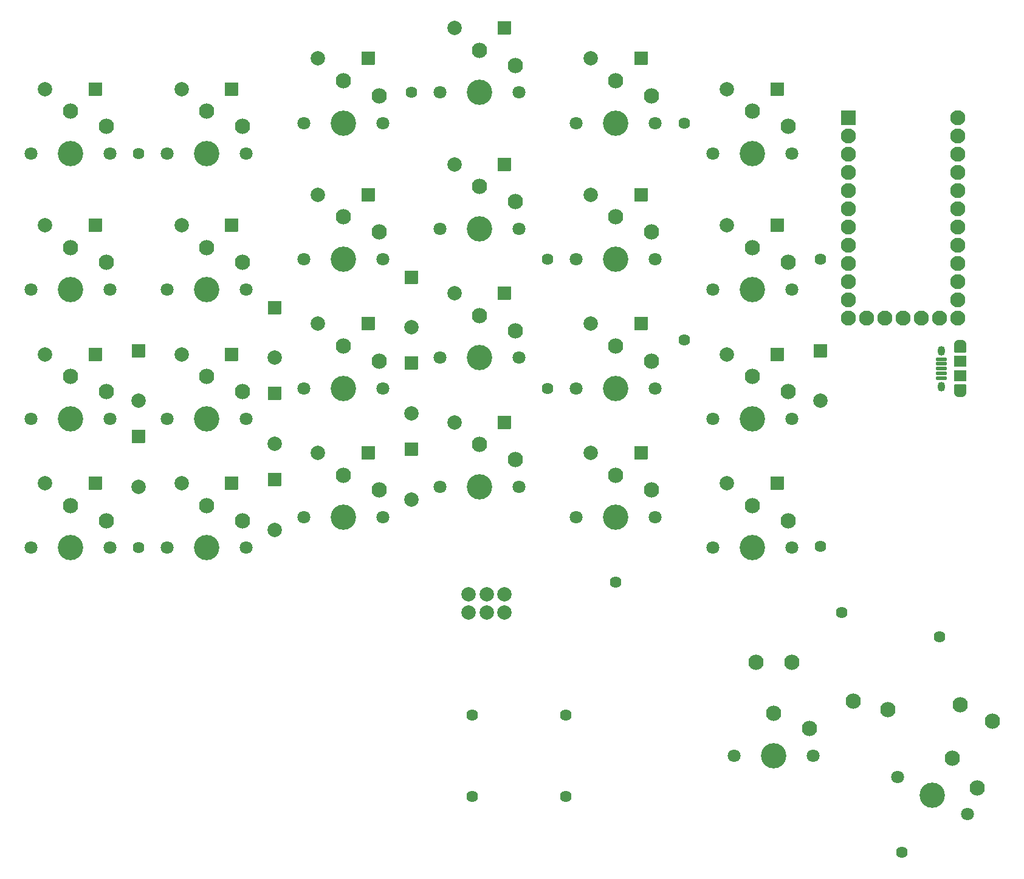
<source format=gbr>
%TF.GenerationSoftware,KiCad,Pcbnew,(6.0.4)*%
%TF.CreationDate,2023-12-12T22:20:10-08:00*%
%TF.ProjectId,keyboard,6b657962-6f61-4726-942e-6b696361645f,v1.0.0*%
%TF.SameCoordinates,Original*%
%TF.FileFunction,Soldermask,Top*%
%TF.FilePolarity,Negative*%
%FSLAX46Y46*%
G04 Gerber Fmt 4.6, Leading zero omitted, Abs format (unit mm)*
G04 Created by KiCad (PCBNEW (6.0.4)) date 2023-12-12 22:20:10*
%MOMM*%
%LPD*%
G01*
G04 APERTURE LIST*
G04 Aperture macros list*
%AMRoundRect*
0 Rectangle with rounded corners*
0 $1 Rounding radius*
0 $2 $3 $4 $5 $6 $7 $8 $9 X,Y pos of 4 corners*
0 Add a 4 corners polygon primitive as box body*
4,1,4,$2,$3,$4,$5,$6,$7,$8,$9,$2,$3,0*
0 Add four circle primitives for the rounded corners*
1,1,$1+$1,$2,$3*
1,1,$1+$1,$4,$5*
1,1,$1+$1,$6,$7*
1,1,$1+$1,$8,$9*
0 Add four rect primitives between the rounded corners*
20,1,$1+$1,$2,$3,$4,$5,0*
20,1,$1+$1,$4,$5,$6,$7,0*
20,1,$1+$1,$6,$7,$8,$9,0*
20,1,$1+$1,$8,$9,$2,$3,0*%
G04 Aperture macros list end*
%ADD10C,2.132000*%
%ADD11C,1.624000*%
%ADD12C,2.005000*%
%ADD13RoundRect,0.050000X-0.889000X0.889000X-0.889000X-0.889000X0.889000X-0.889000X0.889000X0.889000X0*%
%ADD14C,1.801800*%
%ADD15C,3.529000*%
%ADD16RoundRect,0.050000X0.889000X0.889000X-0.889000X0.889000X-0.889000X-0.889000X0.889000X-0.889000X0*%
%ADD17RoundRect,0.050000X0.675000X-0.200000X0.675000X0.200000X-0.675000X0.200000X-0.675000X-0.200000X0*%
%ADD18RoundRect,0.050000X0.775000X-0.600000X0.775000X0.600000X-0.775000X0.600000X-0.775000X-0.600000X0*%
%ADD19RoundRect,0.050000X0.775000X-0.750000X0.775000X0.750000X-0.775000X0.750000X-0.775000X-0.750000X0*%
%ADD20O,1.650000X0.990000*%
%ADD21O,1.050000X1.350000*%
%ADD22RoundRect,0.050000X-1.000000X-1.000000X1.000000X-1.000000X1.000000X1.000000X-1.000000X1.000000X0*%
%ADD23C,2.100000*%
G04 APERTURE END LIST*
D10*
%TO.C,M2*%
X259074261Y-171395195D03*
X263925739Y-172604805D03*
%TD*%
D11*
%TO.C,*%
X159500000Y-150000000D03*
%TD*%
D12*
%TO.C,D28*%
X159500000Y-141500000D03*
D13*
X159500000Y-134500000D03*
%TD*%
D11*
%TO.C,*%
X265888002Y-192459980D03*
%TD*%
D14*
%TO.C,S6*%
X174500000Y-132000000D03*
D15*
X169000000Y-132000000D03*
D14*
X163500000Y-132000000D03*
D10*
X174000000Y-128200000D03*
X169000000Y-126100000D03*
%TD*%
D12*
%TO.C,D16*%
X203500000Y-77500000D03*
D16*
X210500000Y-77500000D03*
%TD*%
D14*
%TO.C,S21*%
X239500000Y-150000000D03*
X250500000Y-150000000D03*
D15*
X245000000Y-150000000D03*
D10*
X250000000Y-146200000D03*
X245000000Y-144100000D03*
%TD*%
D14*
%TO.C,S1*%
X155500000Y-150000000D03*
X144500000Y-150000000D03*
D15*
X150000000Y-150000000D03*
D10*
X155000000Y-146200000D03*
X150000000Y-144100000D03*
%TD*%
D12*
%TO.C,D20*%
X222500000Y-81750000D03*
D16*
X229500000Y-81750000D03*
%TD*%
D12*
%TO.C,D36*%
X254500000Y-129500000D03*
D13*
X254500000Y-122500000D03*
%TD*%
D12*
%TO.C,D17*%
X222500000Y-136750000D03*
D16*
X229500000Y-136750000D03*
%TD*%
D12*
%TO.C,D7*%
X165500000Y-105000000D03*
D16*
X172500000Y-105000000D03*
%TD*%
D12*
%TO.C,D35*%
X205500000Y-159000000D03*
X208000000Y-159000000D03*
X210500000Y-159000000D03*
X205500000Y-156500000D03*
X208000000Y-156500000D03*
X210500000Y-156500000D03*
%TD*%
D11*
%TO.C,*%
X254500000Y-149800000D03*
%TD*%
D12*
%TO.C,D30*%
X178500000Y-135500000D03*
D13*
X178500000Y-128500000D03*
%TD*%
D11*
%TO.C,*%
X206000000Y-184700000D03*
%TD*%
%TO.C,*%
X235500000Y-121000000D03*
%TD*%
D12*
%TO.C,D8*%
X165500000Y-86000000D03*
D16*
X172500000Y-86000000D03*
%TD*%
D15*
%TO.C,S22*%
X245000000Y-132000000D03*
D14*
X250500000Y-132000000D03*
X239500000Y-132000000D03*
D10*
X250000000Y-128200000D03*
X245000000Y-126100000D03*
%TD*%
D14*
%TO.C,S16*%
X212500000Y-86500000D03*
D15*
X207000000Y-86500000D03*
D14*
X201500000Y-86500000D03*
D10*
X212000000Y-82700000D03*
X207000000Y-80600000D03*
%TD*%
D12*
%TO.C,D15*%
X203500000Y-96500000D03*
D16*
X210500000Y-96500000D03*
%TD*%
D14*
%TO.C,S7*%
X174500000Y-114000000D03*
D15*
X169000000Y-114000000D03*
D14*
X163500000Y-114000000D03*
D10*
X174000000Y-110200000D03*
X169000000Y-108100000D03*
%TD*%
D12*
%TO.C,D33*%
X197500000Y-131250000D03*
D13*
X197500000Y-124250000D03*
%TD*%
D11*
%TO.C,*%
X219000000Y-173300000D03*
%TD*%
D15*
%TO.C,S11*%
X188000000Y-109750000D03*
D14*
X193500000Y-109750000D03*
X182500000Y-109750000D03*
D10*
X193000000Y-105950000D03*
X188000000Y-103850000D03*
%TD*%
D14*
%TO.C,S23*%
X250500000Y-114000000D03*
D15*
X245000000Y-114000000D03*
D14*
X239500000Y-114000000D03*
D10*
X250000000Y-110200000D03*
X245000000Y-108100000D03*
%TD*%
D17*
%TO.C,*%
X271315000Y-126300000D03*
X271315000Y-125650000D03*
X271315000Y-125000000D03*
X271315000Y-124350000D03*
X271315000Y-123700000D03*
D18*
X274015000Y-127900000D03*
D19*
X274015000Y-124000000D03*
X274015000Y-126000000D03*
D20*
X274015000Y-128500000D03*
D21*
X271315000Y-122500000D03*
X271315000Y-127500000D03*
D18*
X274015000Y-122100000D03*
D20*
X274015000Y-121500000D03*
%TD*%
D14*
%TO.C,S18*%
X220500000Y-127750000D03*
D15*
X226000000Y-127750000D03*
D14*
X231500000Y-127750000D03*
D10*
X231000000Y-123950000D03*
X226000000Y-121850000D03*
%TD*%
D15*
%TO.C,S13*%
X207000000Y-141500000D03*
D14*
X212500000Y-141500000D03*
X201500000Y-141500000D03*
D10*
X212000000Y-137700000D03*
X207000000Y-135600000D03*
%TD*%
D12*
%TO.C,D21*%
X241500000Y-141000000D03*
D16*
X248500000Y-141000000D03*
%TD*%
D14*
%TO.C,S10*%
X182500000Y-127750000D03*
X193500000Y-127750000D03*
D15*
X188000000Y-127750000D03*
D10*
X193000000Y-123950000D03*
X188000000Y-121850000D03*
%TD*%
D12*
%TO.C,D22*%
X241500000Y-123000000D03*
D16*
X248500000Y-123000000D03*
%TD*%
D11*
%TO.C,*%
X216500000Y-127750000D03*
%TD*%
D14*
%TO.C,S19*%
X220500000Y-109750000D03*
D15*
X226000000Y-109750000D03*
D14*
X231500000Y-109750000D03*
D10*
X231000000Y-105950000D03*
X226000000Y-103850000D03*
%TD*%
D12*
%TO.C,D12*%
X184500000Y-81750000D03*
D16*
X191500000Y-81750000D03*
%TD*%
D11*
%TO.C,*%
X206000000Y-173300000D03*
%TD*%
%TO.C,*%
X254500000Y-109750000D03*
%TD*%
D14*
%TO.C,S4*%
X155500000Y-95000000D03*
D15*
X150000000Y-95000000D03*
D14*
X144500000Y-95000000D03*
D10*
X155000000Y-91200000D03*
X150000000Y-89100000D03*
%TD*%
D14*
%TO.C,S20*%
X231500000Y-90750000D03*
D15*
X226000000Y-90750000D03*
D14*
X220500000Y-90750000D03*
D10*
X231000000Y-86950000D03*
X226000000Y-84850000D03*
%TD*%
D15*
%TO.C,S9*%
X188000000Y-145750000D03*
D14*
X182500000Y-145750000D03*
X193500000Y-145750000D03*
D10*
X193000000Y-141950000D03*
X188000000Y-139850000D03*
%TD*%
D12*
%TO.C,D19*%
X222500000Y-100750000D03*
D16*
X229500000Y-100750000D03*
%TD*%
D11*
%TO.C,*%
X257500000Y-159000000D03*
%TD*%
D14*
%TO.C,S17*%
X231500000Y-145750000D03*
D15*
X226000000Y-145750000D03*
D14*
X220500000Y-145750000D03*
D10*
X231000000Y-141950000D03*
X226000000Y-139850000D03*
%TD*%
D14*
%TO.C,S24*%
X250500000Y-95000000D03*
D15*
X245000000Y-95000000D03*
D14*
X239500000Y-95000000D03*
D10*
X250000000Y-91200000D03*
X245000000Y-89100000D03*
%TD*%
D12*
%TO.C,D1*%
X146500000Y-141000000D03*
D16*
X153500000Y-141000000D03*
%TD*%
D10*
%TO.C,M3*%
X274009007Y-171861454D03*
X278423745Y-174208812D03*
%TD*%
D15*
%TO.C,S25*%
X248000000Y-179000000D03*
D14*
X253500000Y-179000000D03*
X242500000Y-179000000D03*
D10*
X253000000Y-175200000D03*
X248000000Y-173100000D03*
%TD*%
D14*
%TO.C,S2*%
X155500000Y-132000000D03*
X144500000Y-132000000D03*
D15*
X150000000Y-132000000D03*
D10*
X155000000Y-128200000D03*
X150000000Y-126100000D03*
%TD*%
D11*
%TO.C,*%
X197500000Y-86500000D03*
%TD*%
%TO.C,*%
X216500000Y-109750000D03*
%TD*%
D14*
%TO.C,S3*%
X144500000Y-114000000D03*
X155500000Y-114000000D03*
D15*
X150000000Y-114000000D03*
D10*
X155000000Y-110200000D03*
X150000000Y-108100000D03*
%TD*%
D15*
%TO.C,S14*%
X207000000Y-123500000D03*
D14*
X201500000Y-123500000D03*
X212500000Y-123500000D03*
D10*
X212000000Y-119700000D03*
X207000000Y-117600000D03*
%TD*%
D12*
%TO.C,D11*%
X184500000Y-100750000D03*
D16*
X191500000Y-100750000D03*
%TD*%
D11*
%TO.C,*%
X235500000Y-90750000D03*
%TD*%
D10*
%TO.C,M1*%
X245500000Y-166000000D03*
X250500000Y-166000000D03*
%TD*%
D14*
%TO.C,S5*%
X163500000Y-150000000D03*
X174500000Y-150000000D03*
D15*
X169000000Y-150000000D03*
D10*
X174000000Y-146200000D03*
X169000000Y-144100000D03*
%TD*%
D14*
%TO.C,S26*%
X274969458Y-187095546D03*
X265257034Y-181931358D03*
D15*
X270113246Y-184513452D03*
D10*
X276311976Y-183505609D03*
X272883128Y-179304061D03*
%TD*%
D12*
%TO.C,D31*%
X178500000Y-147500000D03*
D13*
X178500000Y-140500000D03*
%TD*%
D12*
%TO.C,D6*%
X165500000Y-123000000D03*
D16*
X172500000Y-123000000D03*
%TD*%
D12*
%TO.C,D9*%
X184500000Y-136750000D03*
D16*
X191500000Y-136750000D03*
%TD*%
D22*
%TO.C,*%
X258380000Y-90030000D03*
D23*
X258380000Y-92570000D03*
X258380000Y-95110000D03*
X258380000Y-97650000D03*
X258380000Y-100190000D03*
X258380000Y-102730000D03*
X258380000Y-105270000D03*
X258380000Y-107810000D03*
X258380000Y-110350000D03*
X258380000Y-112890000D03*
X258380000Y-115430000D03*
X258380000Y-117970000D03*
X273620000Y-117970000D03*
X273620000Y-115430000D03*
X273620000Y-112890000D03*
X273620000Y-110350000D03*
X273620000Y-107810000D03*
X273620000Y-105270000D03*
X273620000Y-102730000D03*
X273620000Y-100190000D03*
X273620000Y-97650000D03*
X273620000Y-95110000D03*
X273620000Y-92570000D03*
X273620000Y-90030000D03*
X260920000Y-117970000D03*
X263460000Y-117970000D03*
X266000000Y-117970000D03*
X268540000Y-117970000D03*
X271080000Y-117970000D03*
%TD*%
D14*
%TO.C,S15*%
X201500000Y-105500000D03*
X212500000Y-105500000D03*
D15*
X207000000Y-105500000D03*
D10*
X212000000Y-101700000D03*
X207000000Y-99600000D03*
%TD*%
D12*
%TO.C,D13*%
X203500000Y-132500000D03*
D16*
X210500000Y-132500000D03*
%TD*%
D12*
%TO.C,D4*%
X146500000Y-86000000D03*
D16*
X153500000Y-86000000D03*
%TD*%
D12*
%TO.C,D32*%
X197500000Y-143250000D03*
D13*
X197500000Y-136250000D03*
%TD*%
D12*
%TO.C,D3*%
X146500000Y-105000000D03*
D16*
X153500000Y-105000000D03*
%TD*%
D11*
%TO.C,*%
X159500000Y-95000000D03*
%TD*%
%TO.C,*%
X219000000Y-184700000D03*
%TD*%
D12*
%TO.C,D24*%
X241500000Y-86000000D03*
D16*
X248500000Y-86000000D03*
%TD*%
D12*
%TO.C,D10*%
X184500000Y-118750000D03*
D16*
X191500000Y-118750000D03*
%TD*%
D12*
%TO.C,D27*%
X159500000Y-129500000D03*
D13*
X159500000Y-122500000D03*
%TD*%
D12*
%TO.C,D29*%
X178500000Y-123500000D03*
D13*
X178500000Y-116500000D03*
%TD*%
D11*
%TO.C,*%
X226000000Y-154750000D03*
%TD*%
D12*
%TO.C,D23*%
X241500000Y-105000000D03*
D16*
X248500000Y-105000000D03*
%TD*%
D12*
%TO.C,D14*%
X203500000Y-114500000D03*
D16*
X210500000Y-114500000D03*
%TD*%
D12*
%TO.C,D18*%
X222500000Y-118750000D03*
D16*
X229500000Y-118750000D03*
%TD*%
D14*
%TO.C,S12*%
X193500000Y-90750000D03*
X182500000Y-90750000D03*
D15*
X188000000Y-90750000D03*
D10*
X193000000Y-86950000D03*
X188000000Y-84850000D03*
%TD*%
D12*
%TO.C,D2*%
X146500000Y-123000000D03*
D16*
X153500000Y-123000000D03*
%TD*%
D12*
%TO.C,D5*%
X165500000Y-141000000D03*
D16*
X172500000Y-141000000D03*
%TD*%
D14*
%TO.C,S8*%
X174500000Y-95000000D03*
D15*
X169000000Y-95000000D03*
D14*
X163500000Y-95000000D03*
D10*
X174000000Y-91200000D03*
X169000000Y-89100000D03*
%TD*%
D11*
%TO.C,*%
X271114675Y-162394520D03*
%TD*%
D12*
%TO.C,D34*%
X197500000Y-119250000D03*
D13*
X197500000Y-112250000D03*
%TD*%
M02*

</source>
